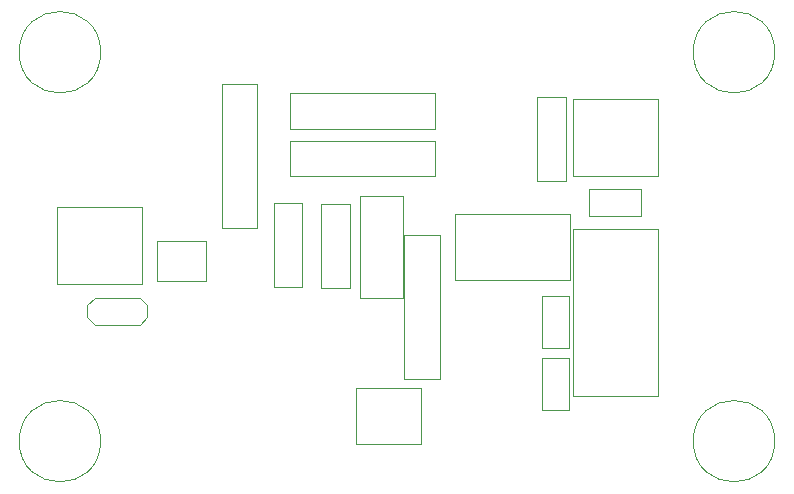
<source format=gbr>
%TF.GenerationSoftware,KiCad,Pcbnew,9.0.1+1*%
%TF.CreationDate,2026-01-16T02:32:25+00:00*%
%TF.ProjectId,WALKIN_PIR_IF,57414c4b-494e-45f5-9049-525f49462e6b,B*%
%TF.SameCoordinates,Original*%
%TF.FileFunction,Other,User*%
%FSLAX46Y46*%
G04 Gerber Fmt 4.6, Leading zero omitted, Abs format (unit mm)*
G04 Created by KiCad (PCBNEW 9.0.1+1) date 2026-01-16 02:32:25*
%MOMM*%
%LPD*%
G01*
G04 APERTURE LIST*
%ADD10C,0.050000*%
G04 APERTURE END LIST*
D10*
%TO.C,J3*%
X169867500Y-95911101D02*
X169867500Y-110071101D01*
X169867500Y-110071101D02*
X177067500Y-110071101D01*
X177067500Y-95911101D02*
X169867500Y-95911101D01*
X177067500Y-110071101D02*
X177067500Y-95911101D01*
%TO.C,C1*%
X144570000Y-93731101D02*
X144570000Y-100831101D01*
X144570000Y-100831101D02*
X146970000Y-100831101D01*
X146970000Y-93731101D02*
X144570000Y-93731101D01*
X146970000Y-100831101D02*
X146970000Y-93731101D01*
%TO.C,C2*%
X148590000Y-93831101D02*
X148590000Y-100931101D01*
X148590000Y-100931101D02*
X150990000Y-100931101D01*
X150990000Y-93831101D02*
X148590000Y-93831101D01*
X150990000Y-100931101D02*
X150990000Y-93831101D01*
%TO.C,C3*%
X166860000Y-84720000D02*
X166860000Y-91820000D01*
X166860000Y-91820000D02*
X169260000Y-91820000D01*
X169260000Y-84720000D02*
X166860000Y-84720000D01*
X169260000Y-91820000D02*
X169260000Y-84720000D01*
%TO.C,U1*%
X159910000Y-94626101D02*
X169640000Y-94626101D01*
X169640000Y-100216101D01*
X159910000Y-100216101D01*
X159910000Y-94626101D01*
%TO.C,Q1*%
X134682500Y-96931101D02*
X134682500Y-100331101D01*
X134682500Y-100331101D02*
X138782500Y-100331101D01*
X138782500Y-96931101D02*
X134682500Y-96931101D01*
X138782500Y-100331101D02*
X138782500Y-96931101D01*
%TO.C,D2*%
X167260000Y-111210000D02*
X167260000Y-106810000D01*
X169560000Y-106810000D02*
X167260000Y-106810000D01*
X169560000Y-106810000D02*
X169560000Y-111210000D01*
X169560000Y-111210000D02*
X167260000Y-111210000D01*
%TO.C,D1*%
X171240000Y-92520000D02*
X175640000Y-92520000D01*
X171240000Y-94820000D02*
X171240000Y-92520000D01*
X175640000Y-94820000D02*
X171240000Y-94820000D01*
X175640000Y-94820000D02*
X175640000Y-92520000D01*
%TO.C,R3*%
X155620000Y-96400000D02*
X155620000Y-108660000D01*
X155620000Y-108660000D02*
X158620000Y-108660000D01*
X158620000Y-96400000D02*
X155620000Y-96400000D01*
X158620000Y-108660000D02*
X158620000Y-96400000D01*
%TO.C,J1*%
X126230000Y-94061101D02*
X126230000Y-100601101D01*
X126230000Y-100601101D02*
X133430000Y-100601101D01*
X133430000Y-94061101D02*
X126230000Y-94061101D01*
X133430000Y-100601101D02*
X133430000Y-94061101D01*
%TO.C,JP1*%
X128750000Y-102390000D02*
X128750000Y-103390000D01*
X128750000Y-103390000D02*
X129400000Y-104040000D01*
X129400000Y-101740000D02*
X128750000Y-102390000D01*
X129400000Y-104040000D02*
X133200000Y-104040000D01*
X133200000Y-101740000D02*
X129400000Y-101740000D01*
X133200000Y-104040000D02*
X133850000Y-103390000D01*
X133850000Y-102390000D02*
X133200000Y-101740000D01*
X133850000Y-103390000D02*
X133850000Y-102390000D01*
%TO.C,H1*%
X186975535Y-113885568D02*
G75*
G02*
X180075535Y-113885568I-3450000J0D01*
G01*
X180075535Y-113885568D02*
G75*
G02*
X186975535Y-113885568I3450000J0D01*
G01*
%TO.C,H3*%
X186975535Y-80956635D02*
G75*
G02*
X180075535Y-80956635I-3450000J0D01*
G01*
X180075535Y-80956635D02*
G75*
G02*
X186975535Y-80956635I3450000J0D01*
G01*
%TO.C,R1*%
X140170000Y-83611101D02*
X140170000Y-95871101D01*
X140170000Y-95871101D02*
X143170000Y-95871101D01*
X143170000Y-83611101D02*
X140170000Y-83611101D01*
X143170000Y-95871101D02*
X143170000Y-83611101D01*
%TO.C,J2*%
X169867500Y-84911101D02*
X169867500Y-91451101D01*
X169867500Y-91451101D02*
X177067500Y-91451101D01*
X177067500Y-84911101D02*
X169867500Y-84911101D01*
X177067500Y-91451101D02*
X177067500Y-84911101D01*
%TO.C,H4*%
X129905534Y-80956635D02*
G75*
G02*
X123005534Y-80956635I-3450000J0D01*
G01*
X123005534Y-80956635D02*
G75*
G02*
X129905534Y-80956635I3450000J0D01*
G01*
%TO.C,R2*%
X145920000Y-84420000D02*
X145920000Y-87420000D01*
X145920000Y-87420000D02*
X158180000Y-87420000D01*
X158180000Y-84420000D02*
X145920000Y-84420000D01*
X158180000Y-87420000D02*
X158180000Y-84420000D01*
%TO.C,H2*%
X129905534Y-113885568D02*
G75*
G02*
X123005534Y-113885568I-3450000J0D01*
G01*
X123005534Y-113885568D02*
G75*
G02*
X129905534Y-113885568I3450000J0D01*
G01*
%TO.C,S1*%
X151900000Y-93096101D02*
X151900000Y-101746101D01*
X151900000Y-101746101D02*
X155500000Y-101746101D01*
X155500000Y-93096101D02*
X151900000Y-93096101D01*
X155500000Y-101746101D02*
X155500000Y-93096101D01*
%TO.C,Q2*%
X151560000Y-109390000D02*
X151560000Y-114130000D01*
X151560000Y-109390000D02*
X157020000Y-109390000D01*
X157020000Y-114130000D02*
X151560000Y-114130000D01*
X157020000Y-114130000D02*
X157020000Y-109390000D01*
%TO.C,R4*%
X145920000Y-88450000D02*
X145920000Y-91450000D01*
X145920000Y-91450000D02*
X158180000Y-91450000D01*
X158180000Y-88450000D02*
X145920000Y-88450000D01*
X158180000Y-91450000D02*
X158180000Y-88450000D01*
%TO.C,D3*%
X167290000Y-105972500D02*
X167290000Y-101572500D01*
X169590000Y-101572500D02*
X167290000Y-101572500D01*
X169590000Y-101572500D02*
X169590000Y-105972500D01*
X169590000Y-105972500D02*
X167290000Y-105972500D01*
%TD*%
M02*

</source>
